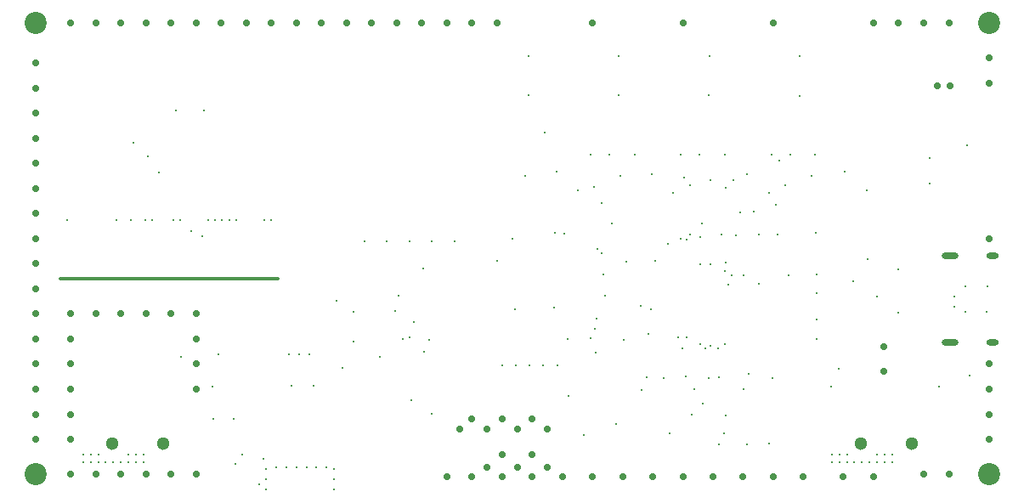
<source format=gbr>
%TF.GenerationSoftware,Altium Limited,Altium Designer,21.1.1 (26)*%
G04 Layer_Color=0*
%FSLAX45Y45*%
%MOMM*%
%TF.SameCoordinates,E9E44C67-710E-4D47-B277-6F884E921ACF*%
%TF.FilePolarity,Positive*%
%TF.FileFunction,Plated,1,4,PTH,Drill*%
%TF.Part,Single*%
G01*
G75*
%TA.AperFunction,ComponentDrill*%
%ADD161C,0.70000*%
%ADD162O,1.20000X0.60000*%
%ADD163O,1.70000X0.60000*%
%ADD164C,1.30000*%
%ADD165O,22.00000X0.40000*%
%TA.AperFunction,OtherDrill,Pad Free-2 (2.5mm,2.5mm)*%
%ADD166C,2.20000*%
%TA.AperFunction,OtherDrill,Pad Free-2 (97.5mm,2.5mm)*%
%ADD167C,2.20000*%
%TA.AperFunction,OtherDrill,Pad Free-2 (97.5mm,47.5mm)*%
%ADD168C,2.20000*%
%TA.AperFunction,OtherDrill,Pad Free-2 (2.5mm,47.5mm)*%
%ADD169C,2.20000*%
%TA.AperFunction,ViaDrill,NotFilled*%
%ADD170C,0.30000*%
%ADD171C,0.71120*%
D161*
X9236500Y4125000D02*
D03*
X9363500D02*
D03*
D162*
X9782000Y2432000D02*
D03*
Y1568000D02*
D03*
D163*
X9364000D02*
D03*
Y2432000D02*
D03*
D164*
X8984000Y558800D02*
D03*
X8476000D02*
D03*
X1016000D02*
D03*
X1524000D02*
D03*
D165*
X1584500Y2197600D02*
D03*
D166*
X250000Y250000D02*
D03*
D167*
X9750000D02*
D03*
D168*
Y4750000D02*
D03*
D169*
X250000D02*
D03*
D170*
X7116978Y1545141D02*
D03*
X7051040Y1508760D02*
D03*
X7058660Y1220327D02*
D03*
X6140000Y2372500D02*
D03*
X5927500Y2029100D02*
D03*
X5910204Y2242500D02*
D03*
X5025000Y1900000D02*
D03*
X5000000Y2600000D02*
D03*
X4853940Y2376640D02*
D03*
X6735265Y1617165D02*
D03*
X6873428Y1545141D02*
D03*
X6976511Y1535428D02*
D03*
X6925533Y1508400D02*
D03*
X6283960Y1925600D02*
D03*
X6378310Y1899550D02*
D03*
X6654800Y1612635D02*
D03*
X5420360Y1910080D02*
D03*
X7340720Y546900D02*
D03*
X7106920Y660400D02*
D03*
X7123700Y840740D02*
D03*
X8037500Y1602500D02*
D03*
X7863840Y4023360D02*
D03*
Y4417060D02*
D03*
X6964680D02*
D03*
X6962140Y4025900D02*
D03*
X6062980D02*
D03*
Y4417060D02*
D03*
X5163820D02*
D03*
Y4025900D02*
D03*
X1100000Y375000D02*
D03*
X1175000Y450000D02*
D03*
X875000D02*
D03*
X1025000Y375000D02*
D03*
X950000D02*
D03*
X9250000Y1125000D02*
D03*
X8175000D02*
D03*
X8394700Y2174240D02*
D03*
X8638540Y2024380D02*
D03*
X8542500Y2397500D02*
D03*
X6697980Y1508450D02*
D03*
X8185000Y450000D02*
D03*
X8260000D02*
D03*
X8335000D02*
D03*
X8185000Y375000D02*
D03*
X8260000D02*
D03*
X8335000D02*
D03*
X8410000D02*
D03*
X8485000D02*
D03*
X8560000D02*
D03*
X8635000D02*
D03*
X8710000D02*
D03*
X8785000Y450000D02*
D03*
X8710000D02*
D03*
X8635000D02*
D03*
X8785000Y375000D02*
D03*
X5552985Y1595665D02*
D03*
X5448300Y1338580D02*
D03*
X2522220Y403860D02*
D03*
X2750000Y325000D02*
D03*
X2950000D02*
D03*
X2850000D02*
D03*
X3150000D02*
D03*
X2650000D02*
D03*
X3050000D02*
D03*
X3225000Y300000D02*
D03*
Y200000D02*
D03*
Y100000D02*
D03*
X2550000Y300000D02*
D03*
Y200000D02*
D03*
Y100000D02*
D03*
X4196080Y858520D02*
D03*
X2775000Y1450000D02*
D03*
X2875000D02*
D03*
X2975000D02*
D03*
X2796940Y1132440D02*
D03*
X3023000D02*
D03*
X7155180Y2141220D02*
D03*
X9158180Y3146000D02*
D03*
X9160300Y3400000D02*
D03*
X9531140Y3527000D02*
D03*
X8532940Y3082500D02*
D03*
X7555840Y3057500D02*
D03*
X7203440Y3180080D02*
D03*
X6605880Y3057500D02*
D03*
X5657500Y3082500D02*
D03*
X8250000Y1300000D02*
D03*
X1325000Y375000D02*
D03*
X1250000Y450000D02*
D03*
X1325000D02*
D03*
X1250000Y375000D02*
D03*
X1175000D02*
D03*
X875000D02*
D03*
X800000D02*
D03*
X725000D02*
D03*
X800000Y450000D02*
D03*
X725000D02*
D03*
X2227502Y800001D02*
D03*
X2022501D02*
D03*
X7660000Y3380000D02*
D03*
X5890000Y2957500D02*
D03*
X5992500Y2755000D02*
D03*
X1225000Y3557500D02*
D03*
X1372500Y3420000D02*
D03*
X1925000Y3877500D02*
D03*
X1650000Y3875000D02*
D03*
X7063100Y546900D02*
D03*
X7557500Y560000D02*
D03*
X7359969Y1256446D02*
D03*
X6887500Y2747500D02*
D03*
X6739189Y2590458D02*
D03*
X6675000Y2601510D02*
D03*
X5560202Y1032500D02*
D03*
X6957502Y1210203D02*
D03*
X9555000Y1235202D02*
D03*
X8842502Y1860205D02*
D03*
Y2289800D02*
D03*
X8019999Y3439800D02*
D03*
X7767498D02*
D03*
X7582499D02*
D03*
X7120001D02*
D03*
X6867500D02*
D03*
X6682501D02*
D03*
X6219998D02*
D03*
X5967501D02*
D03*
X5782498D02*
D03*
X5320000Y3660201D02*
D03*
X5130002Y3227299D02*
D03*
X5439797Y3267502D02*
D03*
X6079998Y3227299D02*
D03*
X6389796Y3242502D02*
D03*
X6709999Y3209798D02*
D03*
X7339800Y3242502D02*
D03*
X7979999Y3227299D02*
D03*
X8314799Y3267502D02*
D03*
X8022422Y2654899D02*
D03*
X6727100Y1227500D02*
D03*
X6815000Y1100000D02*
D03*
X7302500D02*
D03*
X6032297Y750001D02*
D03*
X5785201Y1607500D02*
D03*
X7592502Y1210203D02*
D03*
X6507500D02*
D03*
X7267499Y2860203D02*
D03*
X7082500Y2639797D02*
D03*
X7642499D02*
D03*
X7457501D02*
D03*
X5832500Y1460200D02*
D03*
X6785204Y842498D02*
D03*
X6564798Y657499D02*
D03*
X5839800Y1805000D02*
D03*
X6114796Y1594998D02*
D03*
X5710204Y645003D02*
D03*
X8037500Y1792500D02*
D03*
X7757500Y2237500D02*
D03*
X8037500Y2057500D02*
D03*
Y2242500D02*
D03*
X3911600Y1600200D02*
D03*
X3864970Y2029460D02*
D03*
X1478280Y3258820D02*
D03*
X6873240Y2347870D02*
D03*
X5847080Y2500270D02*
D03*
X5890260Y2458720D02*
D03*
X6972300Y2346960D02*
D03*
X6288099Y1091259D02*
D03*
X6337300Y1216660D02*
D03*
X6774180Y3131820D02*
D03*
X5819140Y3119120D02*
D03*
X6423660Y2374900D02*
D03*
X6550660Y2545080D02*
D03*
X6769100Y2639800D02*
D03*
X5521661Y2646320D02*
D03*
X7127240Y3106420D02*
D03*
X7724140Y3130910D02*
D03*
X6875780Y2616200D02*
D03*
X7625080Y2938780D02*
D03*
X7226300Y2628900D02*
D03*
X7406640Y2872740D02*
D03*
X7124700Y2362200D02*
D03*
X7455398Y2149963D02*
D03*
X7122160Y2279460D02*
D03*
X7307580Y2237740D02*
D03*
X7188030Y2237910D02*
D03*
X6972300Y3180080D02*
D03*
X9730800Y1869440D02*
D03*
X9731948Y2124338D02*
D03*
X9514840Y2120900D02*
D03*
X6355080Y1648460D02*
D03*
X5824220Y1701800D02*
D03*
X4173530Y1592270D02*
D03*
X3305699Y1315000D02*
D03*
X1700000Y1425000D02*
D03*
X4424680Y2575560D02*
D03*
X5427980Y2654300D02*
D03*
X3246120Y1978660D02*
D03*
X3975000Y2575000D02*
D03*
X4200000D02*
D03*
X3750000D02*
D03*
X3525000D02*
D03*
X2241881Y353061D02*
D03*
X2310461Y449581D02*
D03*
X3683450Y1425200D02*
D03*
X5173980Y1338580D02*
D03*
X5311140D02*
D03*
X5036820D02*
D03*
X4899660D02*
D03*
X568960Y2786380D02*
D03*
X1059180D02*
D03*
X1201420D02*
D03*
X1343660D02*
D03*
X1409700D02*
D03*
X1620520D02*
D03*
X1689100D02*
D03*
X1968500D02*
D03*
X2039620D02*
D03*
X2110740D02*
D03*
X2600960D02*
D03*
X2529840D02*
D03*
X2250440D02*
D03*
X2179320D02*
D03*
X2076781Y1450341D02*
D03*
X4018280Y1767840D02*
D03*
X3830320Y1877060D02*
D03*
X9514840Y1871980D02*
D03*
X2483181Y152401D02*
D03*
X6901360Y954220D02*
D03*
X1798320Y2677160D02*
D03*
X1913890Y2622867D02*
D03*
X4117340Y2299780D02*
D03*
X4119880Y1474940D02*
D03*
X3992880Y988060D02*
D03*
X3975100Y1620520D02*
D03*
X3416300Y1874520D02*
D03*
X3416100Y1572340D02*
D03*
X2015821Y1125221D02*
D03*
X9403440Y2024380D02*
D03*
X9405620Y1925320D02*
D03*
D171*
X5800000Y4750000D02*
D03*
X6700000D02*
D03*
X8700000Y1275000D02*
D03*
Y1525000D02*
D03*
X4350000Y225000D02*
D03*
X4475000Y700000D02*
D03*
X5350000D02*
D03*
Y325000D02*
D03*
X5050000D02*
D03*
X4750000D02*
D03*
X5050000Y700000D02*
D03*
X4750000D02*
D03*
X4900000Y450000D02*
D03*
X5200000D02*
D03*
Y800000D02*
D03*
X4900000D02*
D03*
X4600000D02*
D03*
X8600000Y225000D02*
D03*
X8300000D02*
D03*
X9750000Y1100000D02*
D03*
Y850000D02*
D03*
Y600000D02*
D03*
X9100000Y250000D02*
D03*
X9350000D02*
D03*
X9750000Y1350000D02*
D03*
Y2600000D02*
D03*
Y4150000D02*
D03*
Y4400000D02*
D03*
X1850000Y1100000D02*
D03*
Y1350000D02*
D03*
Y1600000D02*
D03*
Y1850000D02*
D03*
X1600000D02*
D03*
X1350000D02*
D03*
X1100000D02*
D03*
X850000D02*
D03*
X600000D02*
D03*
Y1600000D02*
D03*
Y1350000D02*
D03*
Y1100000D02*
D03*
Y850000D02*
D03*
Y600000D02*
D03*
Y250000D02*
D03*
X850000D02*
D03*
X1100000D02*
D03*
X1350000D02*
D03*
X1600000D02*
D03*
X1850000D02*
D03*
X8600000Y4750000D02*
D03*
X8850000D02*
D03*
X9100000D02*
D03*
X9350000D02*
D03*
X4600000D02*
D03*
X4850000D02*
D03*
X7600000D02*
D03*
X600000D02*
D03*
X850000D02*
D03*
X1100000D02*
D03*
X1350000D02*
D03*
X1600000D02*
D03*
X1850000D02*
D03*
X2100000D02*
D03*
X2350000D02*
D03*
X2600000D02*
D03*
X2850000D02*
D03*
X3100000D02*
D03*
X3350000D02*
D03*
X3600000D02*
D03*
X3850000D02*
D03*
X4100000D02*
D03*
X4350000D02*
D03*
X250000Y4350000D02*
D03*
Y4100000D02*
D03*
Y3850000D02*
D03*
Y3600000D02*
D03*
Y3350000D02*
D03*
Y3100000D02*
D03*
Y2850000D02*
D03*
Y2600000D02*
D03*
Y2350000D02*
D03*
Y2100000D02*
D03*
Y1850000D02*
D03*
Y1600000D02*
D03*
Y1350000D02*
D03*
Y1100000D02*
D03*
Y850000D02*
D03*
Y600000D02*
D03*
X4600000Y225000D02*
D03*
X4900000D02*
D03*
X5200000D02*
D03*
X5500000D02*
D03*
X5800000D02*
D03*
X6100000D02*
D03*
X6400000D02*
D03*
X6700000D02*
D03*
X7000000D02*
D03*
X7300000D02*
D03*
X7600000D02*
D03*
X7900000D02*
D03*
%TF.MD5,2616a304e9fc5e6ea7bdbdee9bab36b0*%
M02*

</source>
